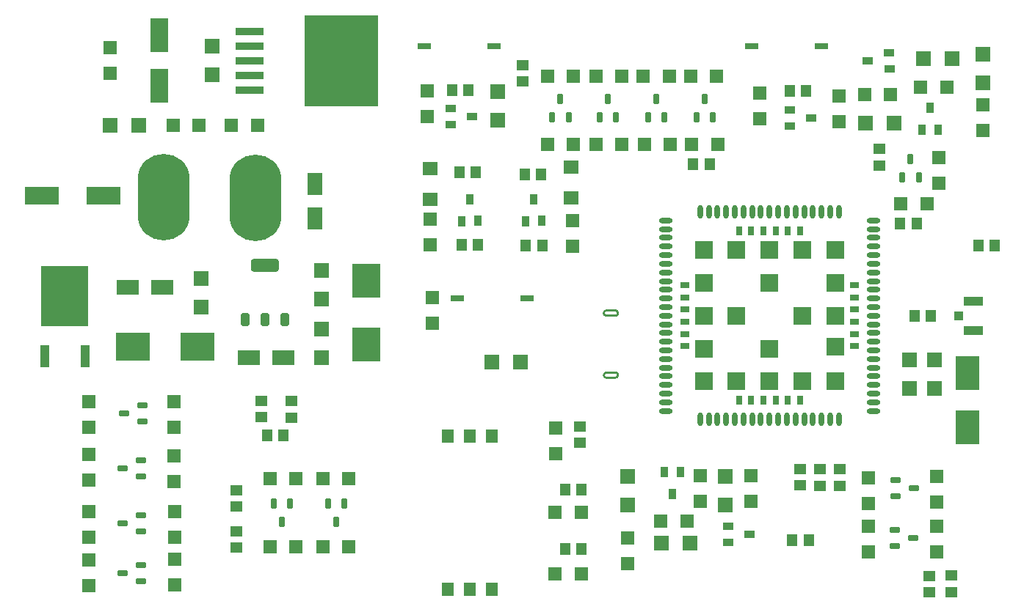
<source format=gtp>
G04*
G04 #@! TF.GenerationSoftware,Altium Limited,Altium Designer,21.0.8 (223)*
G04*
G04 Layer_Color=8421504*
%FSTAX24Y24*%
%MOIN*%
G70*
G04*
G04 #@! TF.SameCoordinates,1A30FD0F-2F50-4216-9531-F08C28C5B71E*
G04*
G04*
G04 #@! TF.FilePolarity,Positive*
G04*
G01*
G75*
%ADD18R,0.0787X0.0787*%
%ADD19R,0.0394X0.0315*%
%ADD20R,0.0315X0.0394*%
%ADD21O,0.0630X0.0236*%
%ADD22O,0.0236X0.0630*%
%ADD23R,0.0787X0.0787*%
%ADD24R,0.0866X0.0394*%
%ADD25R,0.0394X0.0394*%
%ADD26R,0.0551X0.0630*%
%ADD27R,0.0551X0.0472*%
%ADD28R,0.0591X0.0630*%
G04:AMPARAMS|DCode=29|XSize=48.4mil|YSize=23.6mil|CornerRadius=3mil|HoleSize=0mil|Usage=FLASHONLY|Rotation=90.000|XOffset=0mil|YOffset=0mil|HoleType=Round|Shape=RoundedRectangle|*
%AMROUNDEDRECTD29*
21,1,0.0484,0.0177,0,0,90.0*
21,1,0.0425,0.0236,0,0,90.0*
1,1,0.0059,0.0089,0.0213*
1,1,0.0059,0.0089,-0.0213*
1,1,0.0059,-0.0089,-0.0213*
1,1,0.0059,-0.0089,0.0213*
%
%ADD29ROUNDEDRECTD29*%
%ADD30R,0.0472X0.0551*%
%ADD31R,0.0472X0.0335*%
%ADD32R,0.0669X0.0669*%
%ADD33O,0.2362X0.3937*%
%ADD34R,0.0630X0.0591*%
%ADD35R,0.0650X0.0600*%
%ADD36R,0.0669X0.0669*%
%ADD37R,0.0335X0.0472*%
G04:AMPARAMS|DCode=38|XSize=48.4mil|YSize=23.6mil|CornerRadius=3mil|HoleSize=0mil|Usage=FLASHONLY|Rotation=0.000|XOffset=0mil|YOffset=0mil|HoleType=Round|Shape=RoundedRectangle|*
%AMROUNDEDRECTD38*
21,1,0.0484,0.0177,0,0,0.0*
21,1,0.0425,0.0236,0,0,0.0*
1,1,0.0059,0.0213,-0.0089*
1,1,0.0059,-0.0213,-0.0089*
1,1,0.0059,-0.0213,0.0089*
1,1,0.0059,0.0213,0.0089*
%
%ADD38ROUNDEDRECTD38*%
%ADD39R,0.0984X0.0669*%
%ADD40R,0.1260X0.1575*%
%ADD41R,0.0669X0.0984*%
%ADD42R,0.3346X0.4173*%
%ADD43R,0.1299X0.0354*%
G04:AMPARAMS|DCode=44|XSize=39.4mil|YSize=59.1mil|CornerRadius=9.8mil|HoleSize=0mil|Usage=FLASHONLY|Rotation=180.000|XOffset=0mil|YOffset=0mil|HoleType=Round|Shape=RoundedRectangle|*
%AMROUNDEDRECTD44*
21,1,0.0394,0.0394,0,0,180.0*
21,1,0.0197,0.0591,0,0,180.0*
1,1,0.0197,-0.0098,0.0197*
1,1,0.0197,0.0098,0.0197*
1,1,0.0197,0.0098,-0.0197*
1,1,0.0197,-0.0098,-0.0197*
%
%ADD44ROUNDEDRECTD44*%
G04:AMPARAMS|DCode=45|XSize=129.1mil|YSize=59.1mil|CornerRadius=14.8mil|HoleSize=0mil|Usage=FLASHONLY|Rotation=180.000|XOffset=0mil|YOffset=0mil|HoleType=Round|Shape=RoundedRectangle|*
%AMROUNDEDRECTD45*
21,1,0.1291,0.0295,0,0,180.0*
21,1,0.0996,0.0591,0,0,180.0*
1,1,0.0295,-0.0498,0.0148*
1,1,0.0295,0.0498,0.0148*
1,1,0.0295,0.0498,-0.0148*
1,1,0.0295,-0.0498,-0.0148*
%
%ADD45ROUNDEDRECTD45*%
%ADD46R,0.1575X0.0787*%
%ADD47R,0.0787X0.1575*%
%ADD48R,0.1102X0.1575*%
%ADD49R,0.0610X0.0315*%
%ADD50R,0.0394X0.0984*%
%ADD51R,0.2126X0.2756*%
%ADD52R,0.1575X0.1260*%
G36*
X027956Y01082D02*
X027964Y01082D01*
X027973Y010818D01*
X027982Y010817D01*
X02799Y010815D01*
X027999Y010812D01*
X028007Y010809D01*
X028015Y010806D01*
X028023Y010802D01*
X028031Y010798D01*
X028038Y010793D01*
X028045Y010789D01*
X028052Y010783D01*
X028059Y010777D01*
X028065Y010771D01*
X028071Y010765D01*
X028077Y010758D01*
X028082Y010752D01*
X028087Y010744D01*
X028092Y010737D01*
X028096Y010729D01*
X0281Y010721D01*
X028103Y010713D01*
X028106Y010705D01*
X028108Y010696D01*
X028111Y010688D01*
X028112Y010679D01*
X028113Y010671D01*
X028114Y010662D01*
X028114Y010653D01*
X028114Y010644D01*
X028113Y010636D01*
X028112Y010627D01*
X028111Y010618D01*
X028108Y01061D01*
X028106Y010601D01*
X028103Y010593D01*
X0281Y010585D01*
X028096Y010577D01*
X028092Y010569D01*
X028087Y010562D01*
X028082Y010555D01*
X028077Y010548D01*
X028071Y010541D01*
X028065Y010535D01*
X028059Y010529D01*
X028052Y010523D01*
X028045Y010518D01*
X028038Y010513D01*
X028031Y010508D01*
X028023Y010504D01*
X028015Y0105D01*
X028007Y010497D01*
X027999Y010494D01*
X02799Y010492D01*
X027982Y010489D01*
X027973Y010488D01*
X027964Y010487D01*
X027956Y010486D01*
X027947Y010486D01*
X027553D01*
X027544Y010486D01*
X027536Y010487D01*
X027527Y010488D01*
X027518Y010489D01*
X02751Y010492D01*
X027501Y010494D01*
X027493Y010497D01*
X027485Y0105D01*
X027477Y010504D01*
X027469Y010508D01*
X027462Y010513D01*
X027455Y010518D01*
X027448Y010523D01*
X027441Y010529D01*
X027435Y010535D01*
X027429Y010541D01*
X027423Y010548D01*
X027418Y010555D01*
X027413Y010562D01*
X027408Y010569D01*
X027404Y010577D01*
X0274Y010585D01*
X027397Y010593D01*
X027394Y010601D01*
X027392Y01061D01*
X027389Y010618D01*
X027388Y010627D01*
X027387Y010636D01*
X027386Y010644D01*
X027386Y010653D01*
X027386Y010662D01*
X027387Y010671D01*
X027388Y010679D01*
X027389Y010688D01*
X027392Y010696D01*
X027394Y010705D01*
X027397Y010713D01*
X0274Y010721D01*
X027404Y010729D01*
X027408Y010737D01*
X027413Y010744D01*
X027418Y010752D01*
X027423Y010758D01*
X027429Y010765D01*
X027435Y010771D01*
X027441Y010777D01*
X027448Y010783D01*
X027455Y010789D01*
X027462Y010793D01*
X027469Y010798D01*
X027477Y010802D01*
X027485Y010806D01*
X027493Y010809D01*
X027501Y010812D01*
X02751Y010815D01*
X027518Y010817D01*
X027527Y010818D01*
X027536Y01082D01*
X027544Y01082D01*
X027553Y01082D01*
X027947D01*
X027956Y01082D01*
D02*
G37*
G36*
Y013635D02*
X027964Y013635D01*
X027973Y013633D01*
X027982Y013632D01*
X02799Y01363D01*
X027999Y013627D01*
X028007Y013624D01*
X028015Y013621D01*
X028023Y013617D01*
X028031Y013613D01*
X028038Y013608D01*
X028045Y013603D01*
X028052Y013598D01*
X028059Y013592D01*
X028065Y013586D01*
X028071Y01358D01*
X028077Y013573D01*
X028082Y013566D01*
X028087Y013559D01*
X028092Y013552D01*
X028096Y013544D01*
X0281Y013536D01*
X028103Y013528D01*
X028106Y01352D01*
X028108Y013511D01*
X028111Y013503D01*
X028112Y013494D01*
X028113Y013486D01*
X028114Y013477D01*
X028114Y013468D01*
X028114Y013459D01*
X028113Y013451D01*
X028112Y013442D01*
X028111Y013433D01*
X028108Y013425D01*
X028106Y013416D01*
X028103Y013408D01*
X0281Y0134D01*
X028096Y013392D01*
X028092Y013384D01*
X028087Y013377D01*
X028082Y01337D01*
X028077Y013363D01*
X028071Y013356D01*
X028065Y01335D01*
X028059Y013344D01*
X028052Y013338D01*
X028045Y013333D01*
X028038Y013328D01*
X028031Y013323D01*
X028023Y013319D01*
X028015Y013315D01*
X028007Y013312D01*
X027999Y013309D01*
X02799Y013306D01*
X027982Y013304D01*
X027973Y013303D01*
X027964Y013302D01*
X027956Y013301D01*
X027947Y013301D01*
X027553D01*
X027544Y013301D01*
X027536Y013302D01*
X027527Y013303D01*
X027518Y013304D01*
X02751Y013306D01*
X027501Y013309D01*
X027493Y013312D01*
X027485Y013315D01*
X027477Y013319D01*
X027469Y013323D01*
X027462Y013328D01*
X027455Y013333D01*
X027448Y013338D01*
X027441Y013344D01*
X027435Y01335D01*
X027429Y013356D01*
X027423Y013363D01*
X027418Y01337D01*
X027413Y013377D01*
X027408Y013384D01*
X027404Y013392D01*
X0274Y0134D01*
X027397Y013408D01*
X027394Y013416D01*
X027392Y013425D01*
X027389Y013433D01*
X027388Y013442D01*
X027387Y013451D01*
X027386Y013459D01*
X027386Y013468D01*
X027386Y013477D01*
X027387Y013486D01*
X027388Y013494D01*
X027389Y013503D01*
X027392Y013511D01*
X027394Y01352D01*
X027397Y013528D01*
X0274Y013536D01*
X027404Y013544D01*
X027408Y013552D01*
X027413Y013559D01*
X027418Y013566D01*
X027423Y013573D01*
X027429Y01358D01*
X027435Y013586D01*
X027441Y013592D01*
X027448Y013598D01*
X027455Y013603D01*
X027462Y013608D01*
X027469Y013613D01*
X027477Y013617D01*
X027485Y013621D01*
X027493Y013624D01*
X027501Y013627D01*
X02751Y01363D01*
X027518Y013632D01*
X027527Y013633D01*
X027536Y013635D01*
X027544Y013635D01*
X027553Y013635D01*
X027947D01*
X027956Y013635D01*
D02*
G37*
%LPC*%
G36*
X027947Y010722D02*
X027553D01*
X02755Y010722D01*
X027546Y010722D01*
X027542Y010721D01*
X027539Y010721D01*
X027535Y01072D01*
X027532Y010719D01*
X027528Y010717D01*
X027525Y010716D01*
X027522Y010715D01*
X027519Y010713D01*
X027516Y010711D01*
X027513Y010709D01*
X02751Y010707D01*
X027507Y010704D01*
X027504Y010702D01*
X027502Y010699D01*
X0275Y010697D01*
X027497Y010694D01*
X027495Y010691D01*
X027493Y010688D01*
X027492Y010684D01*
X02749Y010681D01*
X027489Y010678D01*
X027488Y010674D01*
X027487Y010671D01*
X027486Y010667D01*
X027485Y010664D01*
X027485Y01066D01*
X027484Y010657D01*
X027484Y010653D01*
X027484Y01065D01*
X027485Y010646D01*
X027485Y010642D01*
X027486Y010639D01*
X027487Y010635D01*
X027488Y010632D01*
X027489Y010628D01*
X02749Y010625D01*
X027492Y010622D01*
X027493Y010619D01*
X027495Y010616D01*
X027497Y010613D01*
X0275Y01061D01*
X027502Y010607D01*
X027504Y010604D01*
X027507Y010602D01*
X02751Y0106D01*
X027513Y010597D01*
X027516Y010595D01*
X027519Y010593D01*
X027522Y010592D01*
X027525Y01059D01*
X027528Y010589D01*
X027532Y010588D01*
X027535Y010587D01*
X027539Y010586D01*
X027542Y010585D01*
X027546Y010585D01*
X02755Y010584D01*
X027553Y010584D01*
X027947D01*
X02795Y010584D01*
X027954Y010585D01*
X027958Y010585D01*
X027961Y010586D01*
X027965Y010587D01*
X027968Y010588D01*
X027972Y010589D01*
X027975Y01059D01*
X027978Y010592D01*
X027981Y010593D01*
X027984Y010595D01*
X027987Y010597D01*
X02799Y0106D01*
X027993Y010602D01*
X027996Y010604D01*
X027998Y010607D01*
X028Y01061D01*
X028003Y010613D01*
X028005Y010616D01*
X028007Y010619D01*
X028008Y010622D01*
X02801Y010625D01*
X028011Y010628D01*
X028012Y010632D01*
X028013Y010635D01*
X028014Y010639D01*
X028015Y010642D01*
X028015Y010646D01*
X028016Y01065D01*
X028016Y010653D01*
X028016Y010657D01*
X028015Y01066D01*
X028015Y010664D01*
X028014Y010667D01*
X028013Y010671D01*
X028012Y010674D01*
X028011Y010678D01*
X02801Y010681D01*
X028008Y010684D01*
X028007Y010688D01*
X028005Y010691D01*
X028003Y010694D01*
X028Y010697D01*
X027998Y010699D01*
X027996Y010702D01*
X027993Y010704D01*
X02799Y010707D01*
X027987Y010709D01*
X027984Y010711D01*
X027981Y010713D01*
X027978Y010715D01*
X027975Y010716D01*
X027972Y010717D01*
X027968Y010719D01*
X027965Y01072D01*
X027961Y010721D01*
X027958Y010721D01*
X027954Y010722D01*
X02795Y010722D01*
X027947Y010722D01*
D02*
G37*
G36*
Y013537D02*
X027553D01*
X02755Y013537D01*
X027546Y013537D01*
X027542Y013536D01*
X027539Y013535D01*
X027535Y013535D01*
X027532Y013534D01*
X027528Y013532D01*
X027525Y013531D01*
X027522Y013529D01*
X027519Y013528D01*
X027516Y013526D01*
X027513Y013524D01*
X02751Y013522D01*
X027507Y013519D01*
X027504Y013517D01*
X027502Y013514D01*
X0275Y013511D01*
X027497Y013509D01*
X027495Y013506D01*
X027493Y013503D01*
X027492Y013499D01*
X02749Y013496D01*
X027489Y013493D01*
X027488Y013489D01*
X027487Y013486D01*
X027486Y013482D01*
X027485Y013479D01*
X027485Y013475D01*
X027484Y013472D01*
X027484Y013468D01*
X027484Y013464D01*
X027485Y013461D01*
X027485Y013457D01*
X027486Y013454D01*
X027487Y01345D01*
X027488Y013447D01*
X027489Y013443D01*
X02749Y01344D01*
X027492Y013437D01*
X027493Y013434D01*
X027495Y013431D01*
X027497Y013428D01*
X0275Y013425D01*
X027502Y013422D01*
X027504Y013419D01*
X027507Y013417D01*
X02751Y013415D01*
X027513Y013412D01*
X027516Y01341D01*
X027519Y013408D01*
X027522Y013407D01*
X027525Y013405D01*
X027528Y013404D01*
X027532Y013403D01*
X027535Y013402D01*
X027539Y013401D01*
X027542Y0134D01*
X027546Y0134D01*
X02755Y013399D01*
X027553Y013399D01*
X027947D01*
X02795Y013399D01*
X027954Y0134D01*
X027958Y0134D01*
X027961Y013401D01*
X027965Y013402D01*
X027968Y013403D01*
X027972Y013404D01*
X027975Y013405D01*
X027978Y013407D01*
X027981Y013408D01*
X027984Y01341D01*
X027987Y013412D01*
X02799Y013415D01*
X027993Y013417D01*
X027996Y013419D01*
X027998Y013422D01*
X028Y013425D01*
X028003Y013428D01*
X028005Y013431D01*
X028007Y013434D01*
X028008Y013437D01*
X02801Y01344D01*
X028011Y013443D01*
X028012Y013447D01*
X028013Y01345D01*
X028014Y013454D01*
X028015Y013457D01*
X028015Y013461D01*
X028016Y013464D01*
X028016Y013468D01*
X028016Y013472D01*
X028015Y013475D01*
X028015Y013479D01*
X028014Y013482D01*
X028013Y013486D01*
X028012Y013489D01*
X028011Y013493D01*
X02801Y013496D01*
X028008Y013499D01*
X028007Y013503D01*
X028005Y013506D01*
X028003Y013509D01*
X028Y013511D01*
X027998Y013514D01*
X027996Y013517D01*
X027993Y013519D01*
X02799Y013522D01*
X027987Y013524D01*
X027984Y013526D01*
X027981Y013528D01*
X027978Y013529D01*
X027975Y013531D01*
X027972Y013532D01*
X027968Y013534D01*
X027965Y013535D01*
X027961Y013535D01*
X027958Y013536D01*
X027954Y013537D01*
X02795Y013537D01*
X027947Y013537D01*
D02*
G37*
%LPD*%
D18*
X037942Y016346D02*
D03*
X036446D02*
D03*
X03495D02*
D03*
X033454D02*
D03*
X031958D02*
D03*
X033454Y010362D02*
D03*
X03495D02*
D03*
X036446D02*
D03*
X037942D02*
D03*
Y011937D02*
D03*
D19*
X038808Y012523D02*
D03*
Y011972D02*
D03*
Y013074D02*
D03*
Y013626D02*
D03*
Y014177D02*
D03*
Y014728D02*
D03*
X031092Y014177D02*
D03*
Y014728D02*
D03*
Y013626D02*
D03*
Y013074D02*
D03*
Y012523D02*
D03*
Y011972D02*
D03*
D20*
X034123Y009496D02*
D03*
X033572D02*
D03*
X034674D02*
D03*
X035226D02*
D03*
X035777D02*
D03*
X036328D02*
D03*
X033572Y017212D02*
D03*
X034123D02*
D03*
X034674D02*
D03*
X035226D02*
D03*
X036328D02*
D03*
X035777D02*
D03*
D21*
X039674Y009807D02*
D03*
Y009413D02*
D03*
Y009019D02*
D03*
X030226Y0165D02*
D03*
Y016106D02*
D03*
Y015712D02*
D03*
Y015318D02*
D03*
Y014925D02*
D03*
Y014531D02*
D03*
Y014137D02*
D03*
Y013744D02*
D03*
Y01335D02*
D03*
Y012956D02*
D03*
Y012563D02*
D03*
Y012169D02*
D03*
Y011775D02*
D03*
Y011381D02*
D03*
Y010988D02*
D03*
Y010594D02*
D03*
Y0102D02*
D03*
X039674D02*
D03*
Y010594D02*
D03*
Y010988D02*
D03*
Y011381D02*
D03*
Y011775D02*
D03*
Y012169D02*
D03*
Y012563D02*
D03*
Y012956D02*
D03*
Y01335D02*
D03*
Y013744D02*
D03*
Y014137D02*
D03*
Y014531D02*
D03*
Y014925D02*
D03*
Y015318D02*
D03*
Y015712D02*
D03*
Y016106D02*
D03*
Y0165D02*
D03*
X030226Y016893D02*
D03*
X030226Y017291D02*
D03*
Y017685D02*
D03*
Y009019D02*
D03*
Y009413D02*
D03*
Y009807D02*
D03*
X039674Y017685D02*
D03*
Y017291D02*
D03*
Y016897D02*
D03*
D22*
X0381Y018074D02*
D03*
X037706D02*
D03*
X037312D02*
D03*
X036919D02*
D03*
X036525D02*
D03*
X036131D02*
D03*
X035737D02*
D03*
X035344D02*
D03*
X03495D02*
D03*
X034556D02*
D03*
X034163D02*
D03*
X033769D02*
D03*
X033375D02*
D03*
X032982D02*
D03*
X032588D02*
D03*
X032194D02*
D03*
X0318D02*
D03*
Y008626D02*
D03*
X032194D02*
D03*
X032588D02*
D03*
X032982D02*
D03*
X033375D02*
D03*
X033769D02*
D03*
X034163D02*
D03*
X034556D02*
D03*
X03495D02*
D03*
X035344D02*
D03*
X035737D02*
D03*
X036131D02*
D03*
X036525D02*
D03*
X036919D02*
D03*
X037312D02*
D03*
X037706D02*
D03*
X0381D02*
D03*
D23*
X031958Y01485D02*
D03*
Y013354D02*
D03*
Y011858D02*
D03*
Y010362D02*
D03*
X033454Y013354D02*
D03*
X03495Y01485D02*
D03*
X037942D02*
D03*
Y013354D02*
D03*
X03495Y011858D02*
D03*
X036446Y013354D02*
D03*
D24*
X0442Y014D02*
D03*
X044202Y012666D02*
D03*
D25*
X043535Y013351D02*
D03*
D26*
X022335Y000916D02*
D03*
X021335D02*
D03*
X020335D02*
D03*
X022335Y007884D02*
D03*
X021335D02*
D03*
X020335D02*
D03*
D27*
X042199Y001522D02*
D03*
Y000774D02*
D03*
X043201Y001526D02*
D03*
Y000778D02*
D03*
X02375Y024002D02*
D03*
Y02475D02*
D03*
X01075Y002802D02*
D03*
Y00355D02*
D03*
X037226Y006372D02*
D03*
Y005624D02*
D03*
X036324Y005628D02*
D03*
Y006376D02*
D03*
X038149Y006372D02*
D03*
Y005624D02*
D03*
X039951Y020178D02*
D03*
Y020926D02*
D03*
X010749Y005422D02*
D03*
Y004674D02*
D03*
X013226Y008724D02*
D03*
Y009472D02*
D03*
X011874Y009476D02*
D03*
Y008728D02*
D03*
X026349Y008322D02*
D03*
Y007574D02*
D03*
D28*
X024859Y02425D02*
D03*
X026041D02*
D03*
X028241D02*
D03*
X027059D02*
D03*
X029209D02*
D03*
X030391D02*
D03*
X026041Y02115D02*
D03*
X024859D02*
D03*
X028241D02*
D03*
X027059D02*
D03*
X030441D02*
D03*
X029259D02*
D03*
X032591D02*
D03*
X031409D02*
D03*
X032541Y02425D02*
D03*
X031359D02*
D03*
X0312Y004D02*
D03*
X030019D02*
D03*
X040441Y0234D02*
D03*
X039259D02*
D03*
X040909Y01845D02*
D03*
X042091D02*
D03*
X043Y02375D02*
D03*
X041819D02*
D03*
X025209Y0044D02*
D03*
X026391D02*
D03*
X025209Y0016D02*
D03*
X026391D02*
D03*
X013441Y00595D02*
D03*
X012259D02*
D03*
X013441Y00285D02*
D03*
X012259D02*
D03*
X015841D02*
D03*
X014659D02*
D03*
X015841Y00595D02*
D03*
X014659D02*
D03*
X011691Y022D02*
D03*
X010509D02*
D03*
X007859D02*
D03*
X009041D02*
D03*
D29*
X027226Y022383D02*
D03*
X0276Y023217D02*
D03*
X027974Y022383D02*
D03*
X025076D02*
D03*
X02545Y023217D02*
D03*
X025824Y022383D02*
D03*
X029426D02*
D03*
X0298Y023217D02*
D03*
X030174Y022383D02*
D03*
X031626D02*
D03*
X032Y023217D02*
D03*
X032374Y022383D02*
D03*
X041724Y019633D02*
D03*
X04135Y020467D02*
D03*
X040976Y019633D02*
D03*
X012426Y004817D02*
D03*
X0128Y003983D02*
D03*
X013174Y004817D02*
D03*
X014902Y0048D02*
D03*
X015276Y003965D02*
D03*
X01565Y0048D02*
D03*
D30*
X031478Y020249D02*
D03*
X032226D02*
D03*
X035978Y003149D02*
D03*
X036726D02*
D03*
X040878Y017549D02*
D03*
X041626D02*
D03*
X045172Y016551D02*
D03*
X044424D02*
D03*
X020524Y023624D02*
D03*
X021272D02*
D03*
X023824Y019774D02*
D03*
X024572D02*
D03*
X020874Y019874D02*
D03*
X021622D02*
D03*
X024626Y016526D02*
D03*
X023878D02*
D03*
X020974Y016574D02*
D03*
X021722D02*
D03*
X042276Y013326D02*
D03*
X041528D02*
D03*
X026422Y005451D02*
D03*
X025674D02*
D03*
X026422Y002751D02*
D03*
X025674D02*
D03*
X012128Y007899D02*
D03*
X012876D02*
D03*
X035874Y023574D02*
D03*
X036622D02*
D03*
D31*
X020458Y022774D02*
D03*
X02046Y02203D02*
D03*
X021442Y0224D02*
D03*
X034042Y003398D02*
D03*
X03306Y003028D02*
D03*
X033058Y003772D02*
D03*
X036842Y02235D02*
D03*
X03586Y02198D02*
D03*
X035858Y022724D02*
D03*
X039408Y024952D02*
D03*
X04039Y025322D02*
D03*
X040392Y024578D02*
D03*
D32*
X04465Y02395D02*
D03*
Y02525D02*
D03*
X04245Y01005D02*
D03*
Y01135D02*
D03*
X0413Y01005D02*
D03*
Y01135D02*
D03*
X0146Y01145D02*
D03*
Y01275D02*
D03*
X00915Y01505D02*
D03*
Y01375D02*
D03*
X0146Y0154D02*
D03*
Y0141D02*
D03*
X03295Y00475D02*
D03*
Y00605D02*
D03*
X0285D02*
D03*
Y00475D02*
D03*
X0226Y02225D02*
D03*
Y02355D02*
D03*
X00965Y0243D02*
D03*
Y0256D02*
D03*
D33*
X011623Y018711D02*
D03*
X00745Y01875D02*
D03*
D34*
X005Y024369D02*
D03*
X0341Y006091D02*
D03*
Y004909D02*
D03*
X0285Y003241D02*
D03*
Y002059D02*
D03*
X03945Y003791D02*
D03*
Y002609D02*
D03*
X0345Y023491D02*
D03*
Y022309D02*
D03*
X04265Y019359D02*
D03*
Y020541D02*
D03*
X04465Y022941D02*
D03*
Y021759D02*
D03*
X01955Y017741D02*
D03*
Y016559D02*
D03*
X026Y017691D02*
D03*
Y016509D02*
D03*
X04255Y002609D02*
D03*
Y003791D02*
D03*
X00795Y003259D02*
D03*
Y004441D02*
D03*
Y001109D02*
D03*
Y002291D02*
D03*
X00405Y003259D02*
D03*
Y004441D02*
D03*
Y002241D02*
D03*
Y001059D02*
D03*
Y007041D02*
D03*
Y005859D02*
D03*
X0079Y005809D02*
D03*
Y006991D02*
D03*
Y008259D02*
D03*
Y009441D02*
D03*
X00405Y008259D02*
D03*
Y009441D02*
D03*
X005Y02555D02*
D03*
X0194Y023591D02*
D03*
Y022409D02*
D03*
X0318Y004909D02*
D03*
Y006091D02*
D03*
X02525Y008241D02*
D03*
Y007059D02*
D03*
X01965Y013009D02*
D03*
Y014191D02*
D03*
X0381Y022159D02*
D03*
Y023341D02*
D03*
X04255Y004859D02*
D03*
Y006041D02*
D03*
X03945Y004809D02*
D03*
Y005991D02*
D03*
D35*
X02595Y02012D02*
D03*
Y0187D02*
D03*
X01955Y02005D02*
D03*
Y01863D02*
D03*
D36*
X03135Y003D02*
D03*
X03005D02*
D03*
X0406Y0221D02*
D03*
X0393D02*
D03*
X04325Y02505D02*
D03*
X04195D02*
D03*
X02365Y01125D02*
D03*
X02235D02*
D03*
X005Y022D02*
D03*
X0063D02*
D03*
D37*
X030548Y005258D02*
D03*
X030178Y00624D02*
D03*
X030922Y006242D02*
D03*
X042252Y022792D02*
D03*
X042622Y02181D02*
D03*
X041878Y021808D02*
D03*
X020976Y017658D02*
D03*
X02172Y01766D02*
D03*
X02135Y018642D02*
D03*
X023876Y017658D02*
D03*
X02462Y01766D02*
D03*
X02425Y018642D02*
D03*
D38*
X040683Y005126D02*
D03*
X041517Y0055D02*
D03*
X040683Y005874D02*
D03*
X040633Y002876D02*
D03*
X041467Y00325D02*
D03*
X040633Y003624D02*
D03*
X006417Y002024D02*
D03*
X005583Y00165D02*
D03*
X006417Y001276D02*
D03*
Y004274D02*
D03*
X005583Y0039D02*
D03*
X006417Y003526D02*
D03*
Y006774D02*
D03*
X005583Y0064D02*
D03*
X006417Y006026D02*
D03*
X006467Y009274D02*
D03*
X005633Y0089D02*
D03*
X006467Y008526D02*
D03*
D39*
X012887Y01145D02*
D03*
X011313D02*
D03*
X005813Y01465D02*
D03*
X007387D02*
D03*
D40*
X01665Y014957D02*
D03*
Y012043D02*
D03*
D41*
X0143Y019337D02*
D03*
Y017763D02*
D03*
D42*
X0155Y02495D02*
D03*
D43*
X011327Y023611D02*
D03*
Y024281D02*
D03*
Y02495D02*
D03*
Y025619D02*
D03*
Y026289D02*
D03*
D44*
X011144Y01316D02*
D03*
X01205D02*
D03*
X012956D02*
D03*
D45*
X01205Y01564D02*
D03*
D46*
X001902Y0188D02*
D03*
X004698D02*
D03*
D47*
X00725Y023808D02*
D03*
Y026092D02*
D03*
D48*
X04395Y00827D02*
D03*
Y01075D02*
D03*
D49*
X01929Y0256D02*
D03*
X02245D02*
D03*
X02079Y01415D02*
D03*
X02395D02*
D03*
X03415Y0256D02*
D03*
X03731D02*
D03*
D50*
X003861Y0115D02*
D03*
X00205D02*
D03*
D51*
X002956Y014256D02*
D03*
D52*
X006043Y01195D02*
D03*
X008957D02*
D03*
M02*

</source>
